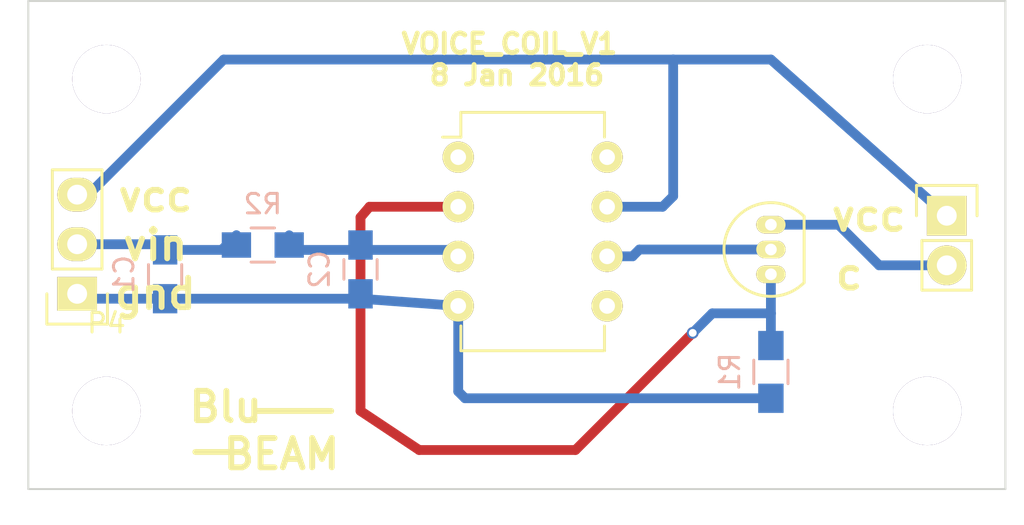
<source format=kicad_pcb>
(kicad_pcb (version 4) (host pcbnew 4.0.1-stable)

  (general
    (links 14)
    (no_connects 0)
    (area 95.975 98.07412 153.375 127.27626)
    (thickness 1.6)
    (drawings 13)
    (tracks 45)
    (zones 0)
    (modules 12)
    (nets 12)
  )

  (page A4)
  (layers
    (0 F.Cu signal)
    (31 B.Cu signal)
    (32 B.Adhes user)
    (33 F.Adhes user)
    (34 B.Paste user)
    (35 F.Paste user)
    (36 B.SilkS user)
    (37 F.SilkS user)
    (38 B.Mask user)
    (39 F.Mask user)
    (40 Dwgs.User user)
    (41 Cmts.User user)
    (42 Eco1.User user)
    (43 Eco2.User user)
    (44 Edge.Cuts user)
    (45 Margin user)
    (46 B.CrtYd user)
    (47 F.CrtYd user)
    (48 B.Fab user)
    (49 F.Fab user)
  )

  (setup
    (last_trace_width 0.5)
    (trace_clearance 0.5)
    (zone_clearance 0.508)
    (zone_45_only no)
    (trace_min 0.2)
    (segment_width 0.2)
    (edge_width 0.1)
    (via_size 0.6)
    (via_drill 0.4)
    (via_min_size 0.4)
    (via_min_drill 0.3)
    (uvia_size 0.3)
    (uvia_drill 0.1)
    (uvias_allowed no)
    (uvia_min_size 0.2)
    (uvia_min_drill 0.1)
    (pcb_text_width 0.3)
    (pcb_text_size 1.5 1.5)
    (mod_edge_width 0.15)
    (mod_text_size 1 1)
    (mod_text_width 0.15)
    (pad_size 1.5 1.5)
    (pad_drill 0.6)
    (pad_to_mask_clearance 0)
    (aux_axis_origin 100 125)
    (grid_origin 100 125)
    (visible_elements 7FFFFFFF)
    (pcbplotparams
      (layerselection 0x010f0_80000001)
      (usegerberextensions false)
      (excludeedgelayer false)
      (linewidth 0.100000)
      (plotframeref false)
      (viasonmask false)
      (mode 1)
      (useauxorigin false)
      (hpglpennumber 1)
      (hpglpenspeed 20)
      (hpglpendiameter 15)
      (hpglpenoverlay 2)
      (psnegative false)
      (psa4output false)
      (plotreference true)
      (plotvalue true)
      (plotinvisibletext false)
      (padsonsilk false)
      (subtractmaskfromsilk false)
      (outputformat 1)
      (mirror false)
      (drillshape 0)
      (scaleselection 1)
      (outputdirectory ""))
  )

  (net 0 "")
  (net 1 "Net-(Q1-Pad1)")
  (net 2 "Net-(C1-Pad1)")
  (net 3 GND)
  (net 4 "Net-(C2-Pad1)")
  (net 5 "Net-(P1-Pad3)")
  (net 6 "Net-(P2-Pad2)")
  (net 7 "Net-(P3-Pad1)")
  (net 8 "Net-(P4-Pad1)")
  (net 9 "Net-(P5-Pad1)")
  (net 10 "Net-(P6-Pad1)")
  (net 11 "Net-(Q1-Pad2)")

  (net_class Default "This is the default net class."
    (clearance 0.5)
    (trace_width 0.5)
    (via_dia 0.6)
    (via_drill 0.4)
    (uvia_dia 0.3)
    (uvia_drill 0.1)
    (add_net GND)
    (add_net "Net-(C1-Pad1)")
    (add_net "Net-(C2-Pad1)")
    (add_net "Net-(P1-Pad3)")
    (add_net "Net-(P2-Pad2)")
    (add_net "Net-(P3-Pad1)")
    (add_net "Net-(P4-Pad1)")
    (add_net "Net-(P5-Pad1)")
    (add_net "Net-(P6-Pad1)")
    (add_net "Net-(Q1-Pad1)")
    (add_net "Net-(Q1-Pad2)")
  )

  (module Capacitors_SMD:C_0805_HandSoldering (layer B.Cu) (tedit 541A9B8D) (tstamp 568E72BF)
    (at 107 114 270)
    (descr "Capacitor SMD 0805, hand soldering")
    (tags "capacitor 0805")
    (path /568E4D29)
    (attr smd)
    (fp_text reference C1 (at 0 2.1 270) (layer B.SilkS)
      (effects (font (size 1 1) (thickness 0.15)) (justify mirror))
    )
    (fp_text value 22u (at 0 -2.1 270) (layer B.Fab)
      (effects (font (size 1 1) (thickness 0.15)) (justify mirror))
    )
    (fp_line (start -2.3 1) (end 2.3 1) (layer B.CrtYd) (width 0.05))
    (fp_line (start -2.3 -1) (end 2.3 -1) (layer B.CrtYd) (width 0.05))
    (fp_line (start -2.3 1) (end -2.3 -1) (layer B.CrtYd) (width 0.05))
    (fp_line (start 2.3 1) (end 2.3 -1) (layer B.CrtYd) (width 0.05))
    (fp_line (start 0.5 0.85) (end -0.5 0.85) (layer B.SilkS) (width 0.15))
    (fp_line (start -0.5 -0.85) (end 0.5 -0.85) (layer B.SilkS) (width 0.15))
    (pad 1 smd rect (at -1.25 0 270) (size 1.5 1.25) (layers B.Cu B.Paste B.Mask)
      (net 2 "Net-(C1-Pad1)"))
    (pad 2 smd rect (at 1.25 0 270) (size 1.5 1.25) (layers B.Cu B.Paste B.Mask)
      (net 3 GND))
    (model Capacitors_SMD.3dshapes/C_0805_HandSoldering.wrl
      (at (xyz 0 0 0))
      (scale (xyz 1 1 1))
      (rotate (xyz 0 0 0))
    )
  )

  (module Capacitors_SMD:C_0805_HandSoldering (layer B.Cu) (tedit 541A9B8D) (tstamp 568E72C5)
    (at 117 113.75 270)
    (descr "Capacitor SMD 0805, hand soldering")
    (tags "capacitor 0805")
    (path /568E4D84)
    (attr smd)
    (fp_text reference C2 (at 0 2.1 270) (layer B.SilkS)
      (effects (font (size 1 1) (thickness 0.15)) (justify mirror))
    )
    (fp_text value 22u (at 0 -2.1 270) (layer B.Fab)
      (effects (font (size 1 1) (thickness 0.15)) (justify mirror))
    )
    (fp_line (start -2.3 1) (end 2.3 1) (layer B.CrtYd) (width 0.05))
    (fp_line (start -2.3 -1) (end 2.3 -1) (layer B.CrtYd) (width 0.05))
    (fp_line (start -2.3 1) (end -2.3 -1) (layer B.CrtYd) (width 0.05))
    (fp_line (start 2.3 1) (end 2.3 -1) (layer B.CrtYd) (width 0.05))
    (fp_line (start 0.5 0.85) (end -0.5 0.85) (layer B.SilkS) (width 0.15))
    (fp_line (start -0.5 -0.85) (end 0.5 -0.85) (layer B.SilkS) (width 0.15))
    (pad 1 smd rect (at -1.25 0 270) (size 1.5 1.25) (layers B.Cu B.Paste B.Mask)
      (net 4 "Net-(C2-Pad1)"))
    (pad 2 smd rect (at 1.25 0 270) (size 1.5 1.25) (layers B.Cu B.Paste B.Mask)
      (net 3 GND))
    (model Capacitors_SMD.3dshapes/C_0805_HandSoldering.wrl
      (at (xyz 0 0 0))
      (scale (xyz 1 1 1))
      (rotate (xyz 0 0 0))
    )
  )

  (module Socket_Strips:Socket_Strip_Straight_1x03 (layer F.Cu) (tedit 568F86D3) (tstamp 568E72CC)
    (at 102.5 115 90)
    (descr "Through hole socket strip")
    (tags "socket strip")
    (path /568E4E55)
    (fp_text reference P1 (at 0 -5.1 90) (layer F.SilkS) hide
      (effects (font (size 1 1) (thickness 0.15)))
    )
    (fp_text value CONN_01X03 (at 0 -3.1 90) (layer F.Fab)
      (effects (font (size 1 1) (thickness 0.15)))
    )
    (fp_line (start 0 -1.55) (end -1.55 -1.55) (layer F.SilkS) (width 0.15))
    (fp_line (start -1.55 -1.55) (end -1.55 1.55) (layer F.SilkS) (width 0.15))
    (fp_line (start -1.55 1.55) (end 0 1.55) (layer F.SilkS) (width 0.15))
    (fp_line (start -1.75 -1.75) (end -1.75 1.75) (layer F.CrtYd) (width 0.05))
    (fp_line (start 6.85 -1.75) (end 6.85 1.75) (layer F.CrtYd) (width 0.05))
    (fp_line (start -1.75 -1.75) (end 6.85 -1.75) (layer F.CrtYd) (width 0.05))
    (fp_line (start -1.75 1.75) (end 6.85 1.75) (layer F.CrtYd) (width 0.05))
    (fp_line (start 1.27 -1.27) (end 6.35 -1.27) (layer F.SilkS) (width 0.15))
    (fp_line (start 6.35 -1.27) (end 6.35 1.27) (layer F.SilkS) (width 0.15))
    (fp_line (start 6.35 1.27) (end 1.27 1.27) (layer F.SilkS) (width 0.15))
    (fp_line (start 1.27 1.27) (end 1.27 -1.27) (layer F.SilkS) (width 0.15))
    (pad 1 thru_hole rect (at 0 0 90) (size 1.7272 2.032) (drill 1.016) (layers *.Cu *.Mask F.SilkS)
      (net 3 GND))
    (pad 2 thru_hole oval (at 2.54 0 90) (size 1.7272 2.032) (drill 1.016) (layers *.Cu *.Mask F.SilkS)
      (net 2 "Net-(C1-Pad1)"))
    (pad 3 thru_hole oval (at 5.08 0 90) (size 1.7272 2.032) (drill 1.016) (layers *.Cu *.Mask F.SilkS)
      (net 5 "Net-(P1-Pad3)"))
    (model Socket_Strips.3dshapes/Socket_Strip_Straight_1x03.wrl
      (at (xyz 0.1 0 0))
      (scale (xyz 1 1 1))
      (rotate (xyz 0 0 180))
    )
  )

  (module Socket_Strips:Socket_Strip_Straight_1x02 (layer F.Cu) (tedit 568F86CE) (tstamp 568E72D2)
    (at 147 111 270)
    (descr "Through hole socket strip")
    (tags "socket strip")
    (path /568E4EDC)
    (fp_text reference P2 (at 0 -5.1 270) (layer F.SilkS) hide
      (effects (font (size 1 1) (thickness 0.15)))
    )
    (fp_text value CONN_01X02 (at 0 -3.1 270) (layer F.Fab)
      (effects (font (size 1 1) (thickness 0.15)))
    )
    (fp_line (start -1.55 1.55) (end 0 1.55) (layer F.SilkS) (width 0.15))
    (fp_line (start 3.81 1.27) (end 1.27 1.27) (layer F.SilkS) (width 0.15))
    (fp_line (start -1.75 -1.75) (end -1.75 1.75) (layer F.CrtYd) (width 0.05))
    (fp_line (start 4.3 -1.75) (end 4.3 1.75) (layer F.CrtYd) (width 0.05))
    (fp_line (start -1.75 -1.75) (end 4.3 -1.75) (layer F.CrtYd) (width 0.05))
    (fp_line (start -1.75 1.75) (end 4.3 1.75) (layer F.CrtYd) (width 0.05))
    (fp_line (start 1.27 1.27) (end 1.27 -1.27) (layer F.SilkS) (width 0.15))
    (fp_line (start 0 -1.55) (end -1.55 -1.55) (layer F.SilkS) (width 0.15))
    (fp_line (start -1.55 -1.55) (end -1.55 1.55) (layer F.SilkS) (width 0.15))
    (fp_line (start 1.27 -1.27) (end 3.81 -1.27) (layer F.SilkS) (width 0.15))
    (fp_line (start 3.81 -1.27) (end 3.81 1.27) (layer F.SilkS) (width 0.15))
    (pad 1 thru_hole rect (at 0 0 270) (size 2.032 2.032) (drill 1.016) (layers *.Cu *.Mask F.SilkS)
      (net 5 "Net-(P1-Pad3)"))
    (pad 2 thru_hole oval (at 2.54 0 270) (size 2.032 2.032) (drill 1.016) (layers *.Cu *.Mask F.SilkS)
      (net 6 "Net-(P2-Pad2)"))
    (model Socket_Strips.3dshapes/Socket_Strip_Straight_1x02.wrl
      (at (xyz 0.05 0 0))
      (scale (xyz 1 1 1))
      (rotate (xyz 0 0 180))
    )
  )

  (module TO_SOT_Packages_THT:TO-92_Inline_Narrow_Oval (layer F.Cu) (tedit 568F886C) (tstamp 568E72D9)
    (at 138 114 90)
    (descr "TO-92 leads in-line, narrow, oval pads, drill 0.6mm (see NXP sot054_po.pdf)")
    (tags "to-92 sc-43 sc-43a sot54 PA33 transistor")
    (path /568D42B5)
    (fp_text reference Q1 (at 0 -4 90) (layer F.SilkS) hide
      (effects (font (size 1 1) (thickness 0.15)))
    )
    (fp_text value PN2222A (at 0 3 90) (layer F.Fab)
      (effects (font (size 1 1) (thickness 0.15)))
    )
    (fp_line (start -1.4 1.95) (end -1.4 -2.65) (layer F.CrtYd) (width 0.05))
    (fp_line (start -1.4 1.95) (end 3.95 1.95) (layer F.CrtYd) (width 0.05))
    (fp_line (start -0.43 1.7) (end 2.97 1.7) (layer F.SilkS) (width 0.15))
    (fp_arc (start 1.27 0) (end 1.27 -2.4) (angle -135) (layer F.SilkS) (width 0.15))
    (fp_arc (start 1.27 0) (end 1.27 -2.4) (angle 135) (layer F.SilkS) (width 0.15))
    (fp_line (start -1.4 -2.65) (end 3.95 -2.65) (layer F.CrtYd) (width 0.05))
    (fp_line (start 3.95 1.95) (end 3.95 -2.65) (layer F.CrtYd) (width 0.05))
    (pad 2 thru_hole oval (at 1.27 0 270) (size 0.89916 1.50114) (drill 0.6) (layers *.Cu *.Mask F.SilkS)
      (net 11 "Net-(Q1-Pad2)"))
    (pad 3 thru_hole oval (at 2.54 0 270) (size 0.89916 1.50114) (drill 0.6) (layers *.Cu *.Mask F.SilkS)
      (net 6 "Net-(P2-Pad2)"))
    (pad 1 thru_hole oval (at 0 0 270) (size 0.89916 1.50114) (drill 0.6) (layers *.Cu *.Mask F.SilkS)
      (net 1 "Net-(Q1-Pad1)"))
    (model TO_SOT_Packages_THT.3dshapes/TO-92_Inline_Narrow_Oval.wrl
      (at (xyz 0.05 0 0))
      (scale (xyz 1 1 1))
      (rotate (xyz 0 0 -90))
    )
  )

  (module Resistors_SMD:R_0805_HandSoldering (layer B.Cu) (tedit 54189DEE) (tstamp 568E72DF)
    (at 138 119 270)
    (descr "Resistor SMD 0805, hand soldering")
    (tags "resistor 0805")
    (path /568D4405)
    (attr smd)
    (fp_text reference R1 (at 0 2.1 270) (layer B.SilkS)
      (effects (font (size 1 1) (thickness 0.15)) (justify mirror))
    )
    (fp_text value 1k (at 0 -2.1 270) (layer B.Fab)
      (effects (font (size 1 1) (thickness 0.15)) (justify mirror))
    )
    (fp_line (start -2.4 1) (end 2.4 1) (layer B.CrtYd) (width 0.05))
    (fp_line (start -2.4 -1) (end 2.4 -1) (layer B.CrtYd) (width 0.05))
    (fp_line (start -2.4 1) (end -2.4 -1) (layer B.CrtYd) (width 0.05))
    (fp_line (start 2.4 1) (end 2.4 -1) (layer B.CrtYd) (width 0.05))
    (fp_line (start 0.6 -0.875) (end -0.6 -0.875) (layer B.SilkS) (width 0.15))
    (fp_line (start -0.6 0.875) (end 0.6 0.875) (layer B.SilkS) (width 0.15))
    (pad 1 smd rect (at -1.35 0 270) (size 1.5 1.3) (layers B.Cu B.Paste B.Mask)
      (net 1 "Net-(Q1-Pad1)"))
    (pad 2 smd rect (at 1.35 0 270) (size 1.5 1.3) (layers B.Cu B.Paste B.Mask)
      (net 3 GND))
    (model Resistors_SMD.3dshapes/R_0805_HandSoldering.wrl
      (at (xyz 0 0 0))
      (scale (xyz 1 1 1))
      (rotate (xyz 0 0 0))
    )
  )

  (module Resistors_SMD:R_0805_HandSoldering (layer B.Cu) (tedit 54189DEE) (tstamp 568E72E5)
    (at 112 112.5 180)
    (descr "Resistor SMD 0805, hand soldering")
    (tags "resistor 0805")
    (path /568E4CA0)
    (attr smd)
    (fp_text reference R2 (at 0 2.1 180) (layer B.SilkS)
      (effects (font (size 1 1) (thickness 0.15)) (justify mirror))
    )
    (fp_text value 1k (at 0 -2.1 180) (layer B.Fab)
      (effects (font (size 1 1) (thickness 0.15)) (justify mirror))
    )
    (fp_line (start -2.4 1) (end 2.4 1) (layer B.CrtYd) (width 0.05))
    (fp_line (start -2.4 -1) (end 2.4 -1) (layer B.CrtYd) (width 0.05))
    (fp_line (start -2.4 1) (end -2.4 -1) (layer B.CrtYd) (width 0.05))
    (fp_line (start 2.4 1) (end 2.4 -1) (layer B.CrtYd) (width 0.05))
    (fp_line (start 0.6 -0.875) (end -0.6 -0.875) (layer B.SilkS) (width 0.15))
    (fp_line (start -0.6 0.875) (end 0.6 0.875) (layer B.SilkS) (width 0.15))
    (pad 1 smd rect (at -1.35 0 180) (size 1.5 1.3) (layers B.Cu B.Paste B.Mask)
      (net 4 "Net-(C2-Pad1)"))
    (pad 2 smd rect (at 1.35 0 180) (size 1.5 1.3) (layers B.Cu B.Paste B.Mask)
      (net 2 "Net-(C1-Pad1)"))
    (model Resistors_SMD.3dshapes/R_0805_HandSoldering.wrl
      (at (xyz 0 0 0))
      (scale (xyz 1 1 1))
      (rotate (xyz 0 0 0))
    )
  )

  (module Housings_DIP:DIP-8_W7.62mm (layer F.Cu) (tedit 568FA4F8) (tstamp 568F98A8)
    (at 122 108)
    (descr "8-lead dip package, row spacing 7.62 mm (300 mils)")
    (tags "dil dip 2.54 300")
    (path /568F978C)
    (fp_text reference U1 (at 0 -5.22) (layer F.SilkS) hide
      (effects (font (size 1 1) (thickness 0.15)))
    )
    (fp_text value TL071 (at 0 -3.72) (layer F.Fab)
      (effects (font (size 1 1) (thickness 0.15)))
    )
    (fp_line (start -1.05 -2.45) (end -1.05 10.1) (layer F.CrtYd) (width 0.05))
    (fp_line (start 8.65 -2.45) (end 8.65 10.1) (layer F.CrtYd) (width 0.05))
    (fp_line (start -1.05 -2.45) (end 8.65 -2.45) (layer F.CrtYd) (width 0.05))
    (fp_line (start -1.05 10.1) (end 8.65 10.1) (layer F.CrtYd) (width 0.05))
    (fp_line (start 0.135 -2.295) (end 0.135 -1.025) (layer F.SilkS) (width 0.15))
    (fp_line (start 7.485 -2.295) (end 7.485 -1.025) (layer F.SilkS) (width 0.15))
    (fp_line (start 7.485 9.915) (end 7.485 8.645) (layer F.SilkS) (width 0.15))
    (fp_line (start 0.135 9.915) (end 0.135 8.645) (layer F.SilkS) (width 0.15))
    (fp_line (start 0.135 -2.295) (end 7.485 -2.295) (layer F.SilkS) (width 0.15))
    (fp_line (start 0.135 9.915) (end 7.485 9.915) (layer F.SilkS) (width 0.15))
    (fp_line (start 0.135 -1.025) (end -0.8 -1.025) (layer F.SilkS) (width 0.15))
    (pad 1 thru_hole oval (at 0 0) (size 1.6 1.6) (drill 0.8) (layers *.Cu *.Mask F.SilkS))
    (pad 2 thru_hole oval (at 0 2.54) (size 1.6 1.6) (drill 0.8) (layers *.Cu *.Mask F.SilkS)
      (net 1 "Net-(Q1-Pad1)"))
    (pad 3 thru_hole oval (at 0 5.08) (size 1.6 1.6) (drill 0.8) (layers *.Cu *.Mask F.SilkS)
      (net 4 "Net-(C2-Pad1)"))
    (pad 4 thru_hole oval (at 0 7.62) (size 1.6 1.6) (drill 0.8) (layers *.Cu *.Mask F.SilkS)
      (net 3 GND))
    (pad 5 thru_hole oval (at 7.62 7.62) (size 1.6 1.6) (drill 0.8) (layers *.Cu *.Mask F.SilkS))
    (pad 6 thru_hole oval (at 7.62 5.08) (size 1.6 1.6) (drill 0.8) (layers *.Cu *.Mask F.SilkS)
      (net 11 "Net-(Q1-Pad2)"))
    (pad 7 thru_hole oval (at 7.62 2.54) (size 1.6 1.6) (drill 0.8) (layers *.Cu *.Mask F.SilkS)
      (net 5 "Net-(P1-Pad3)"))
    (pad 8 thru_hole oval (at 7.62 0) (size 1.6 1.6) (drill 0.8) (layers *.Cu *.Mask F.SilkS))
    (model Housings_DIP.3dshapes/DIP-8_W7.62mm.wrl
      (at (xyz 0 0 0))
      (scale (xyz 1 1 1))
      (rotate (xyz 0 0 0))
    )
  )

  (module Mounting_Holes:MountingHole_3-5mm (layer F.Cu) (tedit 568FBC8C) (tstamp 568FA86B)
    (at 146 121)
    (descr "Mounting hole, Befestigungsbohrung, 3,5mm, No Annular, Kein Restring,")
    (tags "Mounting hole, Befestigungsbohrung, 3,5mm, No Annular, Kein Restring,")
    (path /568F815F)
    (fp_text reference P3 (at 0 -4.50088) (layer F.SilkS) hide
      (effects (font (size 1 1) (thickness 0.15)))
    )
    (fp_text value CONN_01X01 (at 0 5.00126) (layer F.Fab)
      (effects (font (size 1 1) (thickness 0.15)))
    )
    (fp_circle (center 0 0) (end 3.5 0) (layer Cmts.User) (width 0.381))
    (pad 1 thru_hole circle (at 0 0) (size 3.5 3.5) (drill 3.5) (layers)
      (net 7 "Net-(P3-Pad1)"))
  )

  (module Mounting_Holes:MountingHole_3-5mm (layer F.Cu) (tedit 0) (tstamp 568FA86F)
    (at 104 121)
    (descr "Mounting hole, Befestigungsbohrung, 3,5mm, No Annular, Kein Restring,")
    (tags "Mounting hole, Befestigungsbohrung, 3,5mm, No Annular, Kein Restring,")
    (path /568F83AB)
    (fp_text reference P4 (at 0 -4.50088) (layer F.SilkS)
      (effects (font (size 1 1) (thickness 0.15)))
    )
    (fp_text value CONN_01X01 (at 0 5.00126) (layer F.Fab)
      (effects (font (size 1 1) (thickness 0.15)))
    )
    (fp_circle (center 0 0) (end 3.5 0) (layer Cmts.User) (width 0.381))
    (pad 1 thru_hole circle (at 0 0) (size 3.5 3.5) (drill 3.5) (layers)
      (net 8 "Net-(P4-Pad1)"))
  )

  (module Mounting_Holes:MountingHole_3-5mm (layer F.Cu) (tedit 568FBC80) (tstamp 568FA873)
    (at 104 104)
    (descr "Mounting hole, Befestigungsbohrung, 3,5mm, No Annular, Kein Restring,")
    (tags "Mounting hole, Befestigungsbohrung, 3,5mm, No Annular, Kein Restring,")
    (path /568F8461)
    (fp_text reference P5 (at 0 -4.50088) (layer F.SilkS) hide
      (effects (font (size 1 1) (thickness 0.15)))
    )
    (fp_text value CONN_01X01 (at 0 5.00126) (layer F.Fab)
      (effects (font (size 1 1) (thickness 0.15)))
    )
    (fp_circle (center 0 0) (end 3.5 0) (layer Cmts.User) (width 0.381))
    (pad 1 thru_hole circle (at 0 0) (size 3.5 3.5) (drill 3.5) (layers)
      (net 9 "Net-(P5-Pad1)"))
  )

  (module Mounting_Holes:MountingHole_3-5mm (layer F.Cu) (tedit 568FBC7D) (tstamp 568FA877)
    (at 146 104)
    (descr "Mounting hole, Befestigungsbohrung, 3,5mm, No Annular, Kein Restring,")
    (tags "Mounting hole, Befestigungsbohrung, 3,5mm, No Annular, Kein Restring,")
    (path /568F848A)
    (fp_text reference P6 (at 0 -4.50088) (layer F.SilkS) hide
      (effects (font (size 1 1) (thickness 0.15)))
    )
    (fp_text value CONN_01X01 (at 0 5.00126) (layer F.Fab)
      (effects (font (size 1 1) (thickness 0.15)))
    )
    (fp_circle (center 0 0) (end 3.5 0) (layer Cmts.User) (width 0.381))
    (pad 1 thru_hole circle (at 0 0) (size 3.5 3.5) (drill 3.5) (layers)
      (net 10 "Net-(P6-Pad1)"))
  )

  (gr_line (start 108.55 123.1) (end 110.55 123.1) (angle 90) (layer F.SilkS) (width 0.3))
  (gr_line (start 111.7 121) (end 115.5 121) (angle 90) (layer F.SilkS) (width 0.3))
  (gr_text "Blu\n     BEAM" (at 110.1 122) (layer F.SilkS)
    (effects (font (size 1.5 1.5) (thickness 0.3)))
  )
  (gr_text c (at 142 114) (layer F.SilkS)
    (effects (font (size 1.5 1.5) (thickness 0.3)))
  )
  (gr_text vcc (at 143 111) (layer F.SilkS)
    (effects (font (size 1.5 1.5) (thickness 0.3)))
  )
  (gr_text gnd (at 106.5 115) (layer F.SilkS)
    (effects (font (size 1.5 1.5) (thickness 0.3)))
  )
  (gr_text vin (at 106.5 112.5) (layer F.SilkS)
    (effects (font (size 1.5 1.5) (thickness 0.3)))
  )
  (gr_text vcc (at 106.5 110) (layer F.SilkS)
    (effects (font (size 1.5 1.5) (thickness 0.3)))
  )
  (gr_text "VOICE_COIL_V1 \n8 Jan 2016" (at 125 103) (layer F.SilkS)
    (effects (font (size 1 1) (thickness 0.25)))
  )
  (gr_line (start 100 100) (end 100 125) (angle 90) (layer Edge.Cuts) (width 0.1))
  (gr_line (start 150 100) (end 100 100) (angle 90) (layer Edge.Cuts) (width 0.1))
  (gr_line (start 150 125) (end 150 100) (angle 90) (layer Edge.Cuts) (width 0.1))
  (gr_line (start 100 125) (end 150 125) (angle 90) (layer Edge.Cuts) (width 0.1))

  (segment (start 122 110.54) (end 117.46 110.54) (width 0.5) (layer F.Cu) (net 1) (status 10))
  (segment (start 135 116) (end 138 116) (width 0.5) (layer B.Cu) (net 1) (tstamp 568FA364))
  (segment (start 134 117) (end 135 116) (width 0.5) (layer B.Cu) (net 1) (tstamp 568FA363))
  (via (at 134 117) (size 0.6) (drill 0.4) (layers F.Cu B.Cu) (net 1))
  (segment (start 128 123) (end 134 117) (width 0.5) (layer F.Cu) (net 1) (tstamp 568FA35B))
  (segment (start 120 123) (end 128 123) (width 0.5) (layer F.Cu) (net 1) (tstamp 568FA359))
  (segment (start 117 121) (end 120 123) (width 0.5) (layer F.Cu) (net 1) (tstamp 568FA356))
  (segment (start 117 111.08) (end 117 121) (width 0.5) (layer F.Cu) (net 1) (tstamp 568FA353))
  (segment (start 117.46 110.54) (end 117 111.08) (width 0.5) (layer F.Cu) (net 1) (tstamp 568FA34E))
  (segment (start 138 117.65) (end 138 116) (width 0.5) (layer B.Cu) (net 1) (status 10))
  (segment (start 138 116) (end 138 114) (width 0.5) (layer B.Cu) (net 1) (tstamp 568FA370) (status 20))
  (segment (start 138 117.65) (end 137.65 117.65) (width 0.5) (layer B.Cu) (net 1) (status 30))
  (segment (start 107 112.75) (end 109.9 112.75) (width 0.5) (layer B.Cu) (net 2))
  (segment (start 109.9 112.75) (end 110.65 112) (width 0.5) (layer B.Cu) (net 2) (tstamp 568FA09E) (status 20))
  (segment (start 102.5 112.46) (end 106.71 112.46) (width 0.5) (layer B.Cu) (net 2))
  (segment (start 106.71 112.46) (end 107 112.75) (width 0.5) (layer B.Cu) (net 2) (tstamp 568FA09B))
  (segment (start 110.4 112.25) (end 110.65 112) (width 0.5) (layer B.Cu) (net 2) (tstamp 568F7F8C) (status 30))
  (segment (start 138 120.35) (end 122.35 120.35) (width 0.5) (layer B.Cu) (net 3))
  (segment (start 122 120) (end 122 115.62) (width 0.5) (layer B.Cu) (net 3) (tstamp 568FA4F5))
  (segment (start 122.35 120.35) (end 122 120) (width 0.5) (layer B.Cu) (net 3) (tstamp 568FA4F4))
  (segment (start 122 115.62) (end 117 115.25) (width 0.5) (layer B.Cu) (net 3) (status 10))
  (segment (start 117 115.25) (end 117 115.25) (width 0.5) (layer B.Cu) (net 3) (tstamp 568FA0A7))
  (segment (start 107 115.25) (end 117 115.25) (width 0.5) (layer B.Cu) (net 3))
  (segment (start 107 115.25) (end 102.75 115.25) (width 0.5) (layer B.Cu) (net 3))
  (segment (start 102.75 115.25) (end 102.5 115) (width 0.5) (layer B.Cu) (net 3) (tstamp 568FA098))
  (segment (start 117 115.25) (end 117.1 115.35) (width 0.5) (layer B.Cu) (net 3) (tstamp 568F7F74) (status 30))
  (segment (start 117 112.75) (end 121.67 112.75) (width 0.5) (layer B.Cu) (net 4) (status 20))
  (segment (start 121.67 112.75) (end 122 113.08) (width 0.5) (layer B.Cu) (net 4) (tstamp 568FA0AC) (status 30))
  (segment (start 113.35 112) (end 113.25 112.75) (width 0.5) (layer B.Cu) (net 4) (status 10))
  (segment (start 113.25 112.75) (end 117 112.75) (width 0.5) (layer B.Cu) (net 4) (tstamp 568FA0A1))
  (segment (start 116.75 112.5) (end 117 112.75) (width 0.5) (layer B.Cu) (net 4) (tstamp 568F7F90) (status 30))
  (segment (start 129.62 110.54) (end 132.46 110.54) (width 0.5) (layer B.Cu) (net 5) (status 10))
  (segment (start 133 110) (end 133 103) (width 0.5) (layer B.Cu) (net 5) (tstamp 568FA0D6))
  (segment (start 132.46 110.54) (end 133 110) (width 0.5) (layer B.Cu) (net 5) (tstamp 568FA0D4))
  (segment (start 102.5 109.92) (end 103.08 109.92) (width 0.5) (layer B.Cu) (net 5))
  (segment (start 103.08 109.92) (end 110 103) (width 0.5) (layer B.Cu) (net 5) (tstamp 568FA0C1))
  (segment (start 110 103) (end 133 103) (width 0.5) (layer B.Cu) (net 5) (tstamp 568FA0C6))
  (segment (start 133 103) (end 138 103) (width 0.5) (layer B.Cu) (net 5) (tstamp 568FA0D9))
  (segment (start 138 103) (end 147 111) (width 0.5) (layer B.Cu) (net 5) (tstamp 568FA0CC) (status 20))
  (segment (start 138 111.46) (end 141.46 111.46) (width 0.5) (layer B.Cu) (net 6) (status 10))
  (segment (start 143.54 113.54) (end 147 113.54) (width 0.5) (layer B.Cu) (net 6) (tstamp 568FA0E0) (status 20))
  (segment (start 141.46 111.46) (end 143.54 113.54) (width 0.5) (layer B.Cu) (net 6) (tstamp 568FA0DD))
  (segment (start 129.62 113.08) (end 130.92 113.08) (width 0.5) (layer B.Cu) (net 11) (status 10))
  (segment (start 131.27 112.73) (end 138 112.73) (width 0.5) (layer B.Cu) (net 11) (tstamp 568FA0E8) (status 20))
  (segment (start 130.92 113.08) (end 131.27 112.73) (width 0.5) (layer B.Cu) (net 11) (tstamp 568FA0E5))

)

</source>
